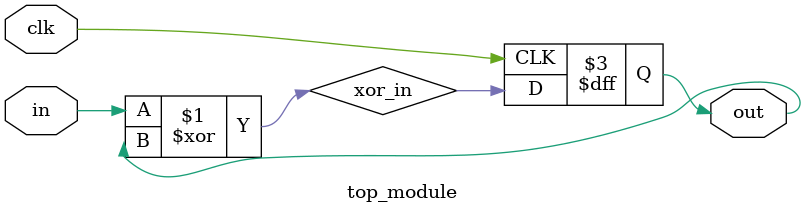
<source format=sv>
module top_module (
    input clk,
    input in,
    output logic out
);
    logic xor_in;

    // XOR gate
    assign xor_in = in ^ out;

    // D flip-flop
    always_ff @(posedge clk) begin
        out <= xor_in;
    end
endmodule

</source>
